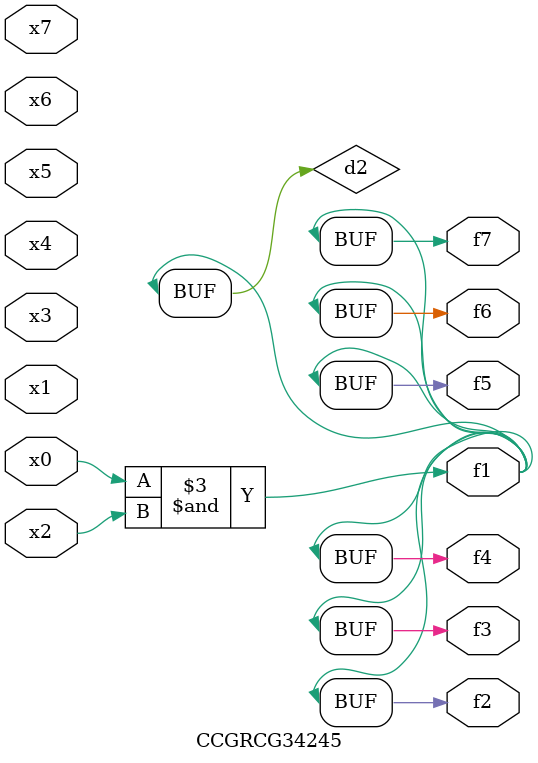
<source format=v>
module CCGRCG34245(
	input x0, x1, x2, x3, x4, x5, x6, x7,
	output f1, f2, f3, f4, f5, f6, f7
);

	wire d1, d2;

	nor (d1, x3, x6);
	and (d2, x0, x2);
	assign f1 = d2;
	assign f2 = d2;
	assign f3 = d2;
	assign f4 = d2;
	assign f5 = d2;
	assign f6 = d2;
	assign f7 = d2;
endmodule

</source>
